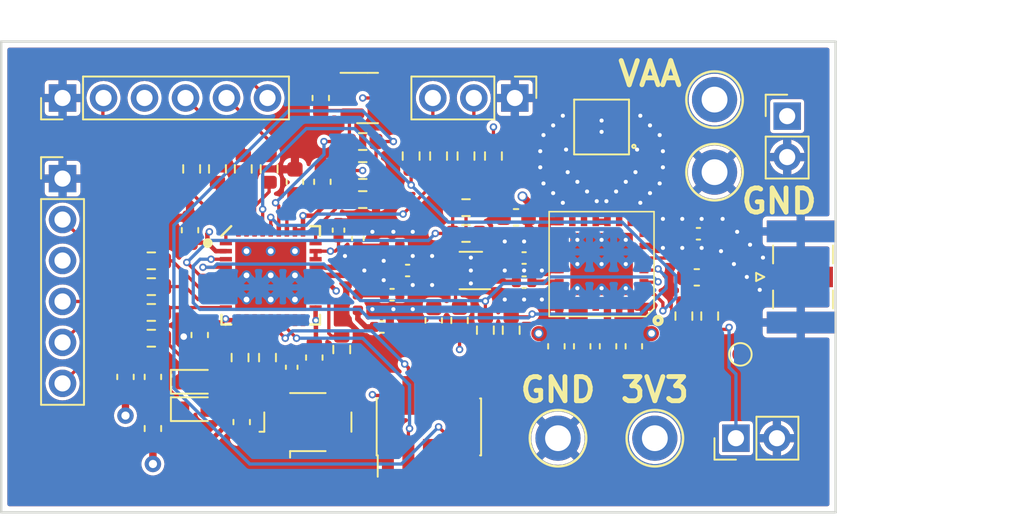
<source format=kicad_pcb>
(kicad_pcb (version 20210228) (generator pcbnew)
  (title_block (date "2021-04-19"))
  (layers (0 "F.Cu" signal) (1 "In1.Cu" signal) (2 "In2.Cu" signal) (31 "B.Cu" signal) (34 "B.Paste" user) (35 "F.Paste" user) (36 "B.SilkS" user "B.Silkscreen") (37 "F.SilkS" user "F.Silkscreen") (38 "B.Mask" user) (39 "F.Mask" user) (44 "Edge.Cuts" user))
  (net 0 "")
  (net 1 "GND")
  (net 2 "/3V3_FILT")
  (net 3 "/PA_VAPC")
  (net 4 "+3V3")
  (net 5 "VAA")
  (net 6 "Net-(C19-Pad1)")
  (net 7 "Net-(C21-Pad2)")
  (net 8 "Net-(C22-Pad1)")
  (net 9 "Net-(C23-Pad2)")
  (net 10 "Net-(C24-Pad2)")
  (net 11 "Net-(C24-Pad1)")
  (net 12 "Net-(C25-Pad2)")
  (net 13 "Net-(C26-Pad1)")
  (net 14 "Net-(C38-Pad2)")
  (net 15 "Net-(C38-Pad1)")
  (net 16 "Net-(C39-Pad2)")
  (net 17 "Net-(C39-Pad1)")
  (net 18 "Net-(C45-Pad2)")
  (net 19 "Net-(C45-Pad1)")
  (net 20 "Net-(D1-Pad2)")
  (net 21 "Net-(D2-Pad2)")
  (net 25 "/~LST_RESET")
  (net 28 "/PROG_DD")
  (net 29 "/PROG_DC")
  (net 30 "/UART0_CTS")
  (net 31 "/UART0_TX")
  (net 32 "/UART0_RX")
  (net 33 "/UART0_RTS")
  (net 35 "Net-(J5-Pad3)")
  (net 36 "Net-(J5-Pad2)")
  (net 37 "/~LST_RX_MODE")
  (net 38 "/LST_TX_MODE")
  (net 39 "Net-(R3-Pad2)")
  (net 40 "Net-(R4-Pad2)")
  (net 41 "Net-(R9-Pad1)")
  (net 42 "Net-(R10-Pad1)")
  (net 43 "Net-(R11-Pad1)")
  (net 44 "Net-(R12-Pad1)")
  (net 45 "/RF_EN")
  (net 46 "Net-(R16-Pad2)")
  (net 47 "Net-(R17-Pad2)")
  (net 48 "Net-(R17-Pad1)")
  (net 49 "/AN0")
  (net 50 "/RF_BYP")
  (net 51 "/AN1")
  (net 54 "Net-(U8-Pad5)")
  (net 55 "Net-(U8-Pad2)")
  (net 60 "/CAN_CS")
  (net 61 "/CAN_MISO")
  (net 62 "/CAN_MOSI")
  (net 63 "/CAN_SCK")
  (net 66 "Net-(U2-Pad7)")
  (net 67 "Net-(U2-Pad8)")
  (net 68 "Net-(U2-Pad9)")
  (net 69 "Net-(U2-Pad11)")
  (footprint "Connector_PinHeader_2.54mm:PinHeader_1x02_P2.54mm_Vertical" (layer "F.Cu") (at 186 90.825)
    (fp_text reference "J9" hide)
    (fp_text value "Conn_01x02")
  )
  (footprint "Resistor_SMD:R_0603_1608Metric" (layer "F.Cu") (at 164.4 93.3 90)
    (fp_text reference "R13" hide)
    (fp_text value "100")
  )
  (footprint "Capacitor_SMD:C_0603_1608Metric" (layer "F.Cu") (at 149.6 104.4 -90)
    (fp_text reference "C3" hide)
    (fp_text value "0.1u")
  )
  (footprint "Capacitor_SMD:C_0603_1608Metric" (layer "F.Cu") (at 180.4 100.825)
    (fp_text reference "C6" hide)
    (fp_text value "0.1u")
  )
  (footprint "Capacitor_SMD:C_0402_1005Metric" (layer "F.Cu") (at 180.5 98.12 180)
    (fp_text reference "C45" hide)
    (fp_text value "220p")
  )
  (footprint "Resistor_SMD:R_0603_1608Metric" (layer "F.Cu") (at 166.1 93.3 90)
    (fp_text reference "R14" hide)
    (fp_text value "100")
  )
  (footprint "openlst:TI_CC_QFN36" (layer "F.Cu") (at 154 100.7)
    (fp_text reference "U2" hide)
    (fp_text value "CC1110")
  )
  (footprint "Connector_PinHeader_2.54mm:PinHeader_1x03_P2.54mm_Vertical" (layer "F.Cu") (at 169.125 89.7 -90)
    (fp_text reference "J5" hide)
    (fp_text value "Control Outputs")
  )
  (footprint "LED_SMD:LED_0603_1608Metric" (layer "F.Cu") (at 149.3 109)
    (fp_text reference "D2" hide)
    (fp_text value "LED")
  )
  (footprint "Resistor_SMD:R_0603_1608Metric" (layer "F.Cu") (at 152.1 105.8 90)
    (fp_text reference "R3" hide)
    (fp_text value "1K")
  )
  (footprint "Resistor_SMD:R_0603_1608Metric" (layer "F.Cu") (at 146.6 103 180)
    (fp_text reference "R7" hide)
    (fp_text value "100")
  )
  (footprint "openlst:Qorvo_LGA_28_ThermalVias" (layer "F.Cu") (at 174.5 100 180)
    (fp_text reference "U9" hide)
    (fp_text value "RFFM6406")
  )
  (footprint "Connector_PinHeader_2.54mm:PinHeader_1x06_P2.54mm_Vertical" (layer "F.Cu") (at 141.1 89.7 90)
    (fp_text reference "J3" hide)
    (fp_text value "UART0")
  )
  (footprint "Resistor_SMD:R_0603_1608Metric" (layer "F.Cu") (at 146.6 101.4 180)
    (fp_text reference "R6" hide)
    (fp_text value "100")
  )
  (footprint "Capacitor_SMD:C_0402_1005Metric" (layer "F.Cu") (at 159.4 98.42 -90)
    (fp_text reference "C23" hide)
    (fp_text value "3.9p")
  )
  (footprint "Resistor_SMD:R_0603_1608Metric" (layer "F.Cu") (at 150.7 94.1 90)
    (fp_text reference "R10" hide)
    (fp_text value "100")
  )
  (footprint "Capacitor_SMD:C_0603_1608Metric" (layer "F.Cu") (at 155.5 94.9 90)
    (fp_text reference "C19" hide)
    (fp_text value "1n")
  )
  (footprint "Capacitor_SMD:C_0402_1005Metric" (layer "F.Cu") (at 158.2 97.9 90)
    (fp_text reference "C2" hide)
    (fp_text value "220p")
  )
  (footprint "Capacitor_SMD:C_0603_1608Metric" (layer "F.Cu") (at 152.2 109.8 -90)
    (fp_text reference "C27" hide)
    (fp_text value "0.1u")
  )
  (footprint "Capacitor_SMD:C_0603_1608Metric" (layer "F.Cu") (at 146.7 107 -90)
    (fp_text reference "C9" hide)
    (fp_text value "1u")
  )
  (footprint "Capacitor_SMD:C_0603_1608Metric" (layer "F.Cu") (at 169.2 97.1 180)
    (fp_text reference "C8" hide)
    (fp_text value "0.1u")
  )
  (footprint "Capacitor_SMD:C_0402_1005Metric" (layer "F.Cu") (at 169.7 99.625)
    (fp_text reference "C38" hide)
    (fp_text value "220p")
  )
  (footprint "TestPoint:TestPoint_Keystone_5010-5014_Multipurpose" (layer "F.Cu") (at 177.8 110.8)
    (fp_text reference "TP3" hide)
    (fp_text value "TestPoint")
  )
  (footprint "Resistor_SMD:R_0603_1608Metric" (layer "F.Cu") (at 146.6 99.8 180)
    (fp_text reference "R5" hide)
    (fp_text value "100")
  )
  (footprint "Resistor_SMD:R_0603_1608Metric" (layer "F.Cu") (at 159.7 92.4)
    (fp_text reference "R18" hide)
    (fp_text value "1K")
  )
  (footprint "Capacitor_SMD:C_0603_1608Metric" (layer "F.Cu") (at 173.3 105.1 -90)
    (fp_text reference "C44" hide)
    (fp_text value "1u")
  )
  (footprint "Resistor_SMD:R_0603_1608Metric" (layer "F.Cu") (at 153.8 105.8 90)
    (fp_text reference "R4" hide)
    (fp_text value "1K")
  )
  (footprint "TestPoint:TestPoint_Keystone_5010-5014_Multipurpose" (layer "F.Cu") (at 171.8 110.8)
    (fp_text reference "TP4" hide)
    (fp_text value "TestPoint")
  )
  (footprint "LED_SMD:LED_0603_1608Metric" (layer "F.Cu") (at 149.3 107.3)
    (fp_text reference "D1" hide)
    (fp_text value "LED")
  )
  (footprint "Resistor_SMD:R_0603_1608Metric" (layer "F.Cu") (at 166.1 98.1)
    (fp_text reference "R21" hide)
    (fp_text value "33K")
  )
  (footprint "Capacitor_SMD:C_0603_1608Metric" (layer "F.Cu") (at 156.7 105.8 -90)
    (fp_text reference "C1" hide)
    (fp_text value "0.1u")
  )
  (footprint "Capacitor_SMD:C_0402_1005Metric" (layer "F.Cu") (at 155.3 106.4 -90)
    (fp_text reference "C7" hide)
    (fp_text value "220p")
  )
  (footprint "Inductor_SMD:L_0402_1005Metric" (layer "F.Cu") (at 159.4 102.385 90)
    (fp_text reference "L5" hide)
    (fp_text value "27n")
  )
  (footprint "TestPoint:TestPoint_Keystone_5010-5014_Multipurpose" (layer "F.Cu") (at 181.5 89.8)
    (fp_text reference "TP1" hide)
    (fp_text value "TestPoint")
  )
  (footprint "Resistor_SMD:R_0603_1608Metric" (layer "F.Cu") (at 167.8 93.3 -90)
    (fp_text reference "R1" hide)
    (fp_text value "1K")
  )
  (footprint "Resistor_SMD:R_0603_1608Metric" (layer "F.Cu") (at 179.6 103.225 -90)
    (fp_text reference "R36" hide)
    (fp_text value "5K6")
  )
  (footprint "Resistor_SMD:R_0603_1608Metric" (layer "F.Cu") (at 152.3 94.1 90)
    (fp_text reference "R11" hide)
    (fp_text value "100")
  )
  (footprint "Resistor_SMD:R_0603_1608Metric" (layer "F.Cu") (at 158.4 105.3 90)
    (fp_text reference "R17" hide)
    (fp_text value "100")
  )
  (footprint "Resistor_SMD:R_0603_1608Metric" (layer "F.Cu") (at 162.7 93.3 90)
    (fp_text reference "R2" hide)
    (fp_text value "1K")
  )
  (footprint "Inductor_SMD:L_0603_1608Metric" (layer "F.Cu") (at 165.7 103.5 90)
    (fp_text reference "L8" hide)
    (fp_text value "Z=1k @ 100M")
  )
  (footprint "Capacitor_SMD:C_0402_1005Metric" (layer "F.Cu") (at 160.9 103.9 180)
    (fp_text reference "C21" hide)
    (fp_text value "220p")
  )
  (footprint "Capacitor_SMD:C_0603_1608Metric" (layer "F.Cu") (at 157.2 94.9 90)
    (fp_text reference "C10" hide)
    (fp_text value "0.1u")
  )
  (footprint "Connector_PinHeader_1.27mm:PinHeader_2x05_P1.27mm_Vertical_SMD" (layer "F.Cu") (at 163.8 110.1 90)
    (fp_text reference "J2" hide)
    (fp_text value "CC Prog/Debug")
  )
  (footprint "TestPoint:TestPoint_Pad_D1.0mm" (layer "F.Cu") (at 183.1 105.6)
    (fp_text reference "TP5" hide)
    (fp_text value "TestPoint")
  )
  (footprint "Resistor_SMD:R_0603_1608Metric" (layer "F.Cu") (at 181.2 103.225 90)
    (fp_text reference "R37" hide)
    (fp_text value "3K3")
  )
  (footprint "Connector_Coaxial:SMA_Samtec_SMA-J-P-X-ST-EM1_EdgeMount" (layer "F.Cu") (at 186.8375 100.8 90)
    (fp_text reference "J6" hide)
    (fp_text value "ANT")
  )
  (footprint "Connector_PinHeader_2.54mm:PinHeader_1x02_P2.54mm_Vertical" (layer "F.Cu") (at 182.825 110.8 90)
    (fp_text reference "J10" hide)
    (fp_text value "Conn_01x02")
  )
  (footprint "Capacitor_SMD:C_0402_1005Metric" (layer "F.Cu") (at 169.7 101.125)
    (fp_text reference "C39" hide)
    (fp_text value "220p")
  )
  (footprint "Resistor_SMD:R_0603_1608Metric" (layer "F.Cu") (at 149.1 94.1 90)
    (fp_text reference "R9" hide)
    (fp_text value "100")
  )
  (footprint "Package_TO_SOT_SMD:SOT-363_SC-70-6" (layer "F.Cu") (at 166.4 100.4 180)
    (fp_text reference "U6" hide)
    (fp_text value "PE4259")
  )
  (footprint "Oscillator:Oscillator_SMD_Fordahl_DFAS15-4Pin_5.0x3.2mm" (layer "F.Cu") (at 156.3 109.8)
    (fp_text reference "U4" hide)
    (fp_text value "FOX924 27MHz")
  )
  (footprint "Resistor_SMD:R_0603_1608Metric" (layer "F.Cu") (at 166.1 96.5 180)
    (fp_text reference "R22" hide)
    (fp_text value "10K")
  )
  (footprint "Capacitor_SMD:C_0603_1608Metric" (layer "F.Cu") (at 157.1 89.7 90)
    (fp_text reference "C22" hide)
    (fp_text value "1n")
  )
  (footprint "Inductor_SMD:L_0603_1608Metric" (layer "F.Cu") (at 146.7 110.2 90)
    (fp_text reference "L3" hide)
    (fp_text value "Z=1k @ 100M")
  )
  (footprint "Resistor_SMD:R_0603_1608Metric" (layer "F.Cu") (at 146.6 104.6 180)
    (fp_text reference "R8" hide)
    (fp_text value "100")
  )
  (footprint "Resistor_SMD:R_0603_1608Metric" (layer "F.Cu") (at 159.7 94.2 180)
    (fp_text reference "R27" hide)
    (fp_text value "33K")
  )
  (footprint "Capacitor_SMD:C_0402_1005Metric" (layer "F.Cu") (at 162.48 100.4)
    (fp_text reference "C25" hide)
    (fp_text value "220p")
  )
  (footprint "openlst:SAW-6_3.0mm" (layer "F.Cu") (at 174.5 91.5 180)
    (fp_text reference "U8" hide)
    (fp_text value "SF2446E")
  )
  (footprint "Capacitor_SMD:C_0603_1608Metric" (layer "F.Cu") (at 171.7 105.1 -90)
    (fp_text reference "C31" hide)
    (fp_text value "0.1u")
  )
  (footprint "Capacitor_SMD:C_0402_1005Metric" (layer "F.Cu") (at 161.52 101.9)
    (fp_text reference "C24" hide)
    (fp_text value "3.9p")
  )
  (footprint "Resistor_SMD:R_0603_1608Metric" (layer "F.Cu") (at 159.7 96 180)
    (fp_text reference "R16" hide)
    (fp_text value "56K")
  )
  (footprint "Capacitor_SMD:C_0603_1608Metric" (layer "F.Cu") (at 164.1 103.5 -90)
    (fp_text reference "C26" hide)
    (fp_text value "0.1u")
  )
  (footprint "Package_TO_SOT_SMD:SOT-23" (layer "F.Cu") (at 160 89.7)
    (fp_text reference "U5" hide)
    (fp_text value "TLV803S")
  )
  (footprint "Capacitor_SMD:C_0603_1608Metric" (layer "F.Cu") (at 149 97.9 90)
    (fp_text reference "C5" hide)
    (fp_text value "0.1u")
  )
  (footprint "Connector_PinHeader_2.54mm:PinHeader_1x06_P2.54mm_Vertical" (layer "F.Cu") (at 141.1 94.7)
    (fp_text reference "J4" hide)
    (fp_text value "SPI0")
  )
  (footprint "Resistor_SMD:R_0603_1608Metric" (layer "F.Cu") (at 153.9 94.1 90)
    (fp_text reference "R12" hide)
    (fp_text value "100")
  )
  (footprint "Capacitor_SMD:C_0603_1608Metric" (layer "F.Cu") (at 176.5 105.1 -90)
    (fp_text reference "C11" hide)
    (fp_text value "0.1u")
  )
  (footprint "Capacitor_SMD:C_0603_1608Metric" (layer "F.Cu") (at 145 107 -90)
    (fp_text reference "C47" hide)
    (fp_text value "1u")
  )
  (footprint "Capacitor_SMD:C_0603_1608Metric" (layer "F.Cu") (at 174.9 105.1 -90)
    (fp_text reference "C46" hide)
    (fp_text value "1u")
  )
  (footprint "TestPoint:TestPoint_Keystone_5010-5014_Multipurpose" (layer "F.Cu") (at 181.5 94.3)
    (fp_text reference "TP2" hide)
    (fp_text value "TestPoint")
  )
  (footprint "Resistor_SMD:R_0603_1608Metric" (layer "F.Cu") (at 168.9 104.1 -90)
    (fp_text reference "R28" hide)
    (fp_text value "1K")
  )
  (footprint "Inductor_SMD:L_0402_1005Metric" (layer "F.Cu") (at 161.515 98.9)
    (fp_text reference "L6" hide)
    (fp_text value "27n")
  )
  (footprint "Resistor_SMD:R_0603_1608Metric" (layer "F.Cu") (at 167.3 104.1 -90)
    (fp_text reference "R26" hide)
    (fp_text value "1K")
  )
  (gr_line (start 189 86.2) (end 137.3 86.2) (layer "Edge.Cuts") (width 0.15))
  (gr_line (start 137.3 115.4) (end 189 115.4) (layer "Edge.Cuts") (width 0.15))
  (gr_line (start 189 115.4) (end 189 86.2) (layer "Edge.Cuts") (width 0.15))
  (gr_line (start 137.3 86.2) (end 137.3 115.4) (layer "Edge.Cuts") (width 0.15))
  (gr_text "GND" (at 185.5 96.1) (layer "F.SilkS") (effects (font (size 1.5 1.5) (thickness 0.3))))
  (gr_text "VAA" (at 177.5 88.2) (layer "F.SilkS") (effects (font (size 1.5 1.5) (thickness 0.3))))
  (gr_text "3V3" (at 177.8 107.8) (layer "F.SilkS") (effects (font (size 1.5 1.5) (thickness 0.3))))
  (gr_text "GND" (at 171.8 107.8) (layer "F.SilkS") (effects (font (size 1.5 1.5) (thickness 0.3))))
  (segment (start 149.6 105.175) (end 149.2841 105.175) (width 0.2032) (layer "F.Cu") (net 1))
  (segment (start 149.2841 105.175) (end 148.6091 104.5) (width 0.2032) (layer "F.Cu") (net 1))
  (via (at 181.9 99.2) (size 0.4572) (drill 0.254) (layers "F.Cu" "B.Cu") (net 1))
  (via (at 175.4 95.5) (size 0.4572) (drill 0.254) (layers "F.Cu" "B.Cu") (net 1))
  (via (at 178.1 92) (size 0.4572) (drill 0.254) (layers "F.Cu" "B.Cu") (net 1))
  (via (at 182.7 100) (size 0.4572) (drill 0.254) (layers "F.Cu" "B.Cu") (net 1))
  (via (at 183.5 100.8) (size 0.4572) (drill 0.254) (layers "F.Cu" "B.Cu") (net 1))
  (via (at 180.7 97.2) (size 0.4572) (drill 0.254) (layers "F.Cu" "B.Cu") (net 1))
  (via (at 182.9 98) (size 0.4572) (drill 0.254) (layers "F.Cu" "B.Cu") (net 1))
  (via (at 161 99.8) (size 0.4572) (drill 0.254) (layers "F.Cu" "B.Cu") (net 1))
  (via (at 162.8 101.3) (size 0.4572) (drill 0.254) (layers "F.Cu" "B.Cu") (net 1))
  (via (at 170.8 100.4) (size 0.4572) (drill 0.254) (layers "F.Cu" "B.Cu") (net 1))
  (via (at 169.7 102.2) (size 0.4572) (drill 0.254) (layers "F.Cu" "B.Cu") (net 1))
  (via (at 176.9 96.2) (size 0.4572) (drill 0.254) (layers "F.Cu" "B.Cu") (net 1))
  (via (at 161 101) (size 0.4572) (drill 0.254) (layers "F.Cu" "B.Cu") (net 1))
  (via (at 174.8 96.1) (size 0.4572) (drill 0.254) (layers "F.Cu" "B.Cu") (net 1))
  (via (at 174.5 91.8) (size 0.4572) (drill 0.254) (layers "F.Cu" "B.Cu") (net 1))
  (via (at 168.5 98.6) (size 0.4572) (drill 0.254) (layers "F.Cu" "B.Cu") (net 1))
  (via (at 176.7 92.9) (size 0.4572) (drill 0.254) (layers "F.Cu" "B.Cu") (net 1))
  (via (at 158.6 99.5) (size 0.4572) (drill 0.254) (layers "F.Cu" "B.Cu") (net 1))
  (via (at 162.8 98) (size 0.4572) (drill 0.254) (layers "F.Cu" "B.Cu") (net 1))
  (via (at 176 94.9) (size 0.4572) (drill 0.254) (layers "F.Cu" "B.Cu") (net 1))
  (via (at 170.7 93) (size 0.4572) (drill 0.254) (layers "F.Cu" "B.Cu") (net 1))
  (via (at 172.4 94.3) (size 0.4572) (drill 0.254) (layers "F.Cu" "B.Cu") (net 1))
  (via (at 174.5 91.1) (size 0.4572) (drill 0.254) (layers "F.Cu" "B.Cu") (net 1))
  (via (at 170.9 95) (size 0.4572) (drill 0.254) (layers "F.Cu" "B.Cu") (net 1))
  (via (at 162.8 99.5) (size 0.4572) (drill 0.254) (layers "F.Cu" "B.Cu") (net 1))
  (via (at 177.5 91.4) (size 0.4572) (drill 0.254) (layers "F.Cu" "B.Cu") (net 1))
  (via (at 183.7 98.8) (size 0.4572) (drill 0.254) (layers "F.Cu" "B.Cu") (net 1))
  (via (at 160.3 98) (size 0.4572) (drill 0.254) (layers "F.Cu" "B.Cu") (net 1))
  (via (at 148.6091 104.5) (size 0.6096) (drill 0.4064) (layers "F.Cu" "B.Cu") (net 1))
  (via (at 162.8 102.8) (size 0.4572) (drill 0.254) (layers "F.Cu" "B.Cu") (net 1))
  (via (at 177.5 95.6) (size 0.4572) (drill 0.254) (layers "F.Cu" "B.Cu") (net 1))
  (via (at 170.7 94) (size 0.4572) (drill 0.254) (layers "F.Cu" "B.Cu") (net 1))
  (via (at 172.1 96.2) (size 0.4572) (drill 0.254) (layers "F.Cu" "B.Cu") (net 1))
  (via (at 168.5 102.2) (size 0.4572) (drill 0.254) (layers "F.Cu" "B.Cu") (net 1))
  (via (at 171.5 91.4) (size 0.4572) (drill 0.254) (layers "F.Cu" "B.Cu") (net 1))
  (via (at 173.6 95.5) (size 0.4572) (drill 0.254) (layers "F.Cu" "B.Cu") (net 1))
  (via (at 178.3 97.2) (size 0.4572) (drill 0.254) (layers "F.Cu" "B.Cu") (net 1))
  (via (at 180.7 99) (size 0.4572) (drill 0.254) (layers "F.Cu" "B.Cu") (net 1))
  (via (at 178.3 94) (size 0.4572) (drill 0.254) (layers "F.Cu" "B.Cu") (net 1))
  (via (at 184.3 101.6) (size 0.4572) (drill 0.254) (layers "F.Cu" "B.Cu") (net 1))
  (via (at 169.7 100.4) (size 0.4572) (drill 0.254) (layers "F.Cu" "B.Cu") (net 1))
  (via (at 172.1 90.8) (size 0.4572) (drill 0.254) (layers "F.Cu" "B.Cu") (net 1))
  (via (at 168.5 100.4) (size 0.4572) (drill 0.254) (layers "F.Cu" "B.Cu") (net 1))
  (via (at 176.6 94.3) (size 0.4572) (drill 0.254) (layers "F.Cu" "B.Cu") (net 1))
  (via (at 164 101.3) (size 0.4572) (drill 0.254) (layers "F.Cu" "B.Cu") (net 1))
  (via (at 173 94.9) (size 0.4572) (drill 0.254) (layers "F.Cu" "B.Cu") (net 1))
  (via (at 160.3 102.8) (size 0.4572) (drill 0.254) (layers "F.Cu" "B.Cu") (net 1))
  (via (at 166.4 101.2) (size 0.4572) (drill 0.254) (layers "F.Cu" "B.Cu") (net 1))
  (via (at 179.5 99) (size 0.4572) (drill 0.254) (layers "F.Cu" "B.Cu") (net 1))
  (via (at 178.1 95) (size 0.4572) (drill 0.254) (layers "F.Cu" "B.Cu") (net 1))
  (via (at 172.3 92.9) (size 0.4572) (drill 0.254) (layers "F.Cu" "B.Cu") (net 1))
  (via (at 164 99.5) (size 0.4572) (drill 0.254) (layers "F.Cu" "B.Cu") (net 1))
  (via (at 176.9 90.8) (size 0.4572) (drill 0.254) (layers "F.Cu" "B.Cu") (net 1))
  (via (at 161.6 98) (size 0.4572) (drill 0.254) (layers "F.Cu" "B.Cu") (net 1))
  (via (at 182 97.2) (size 0.4572) (drill 0.254) (layers "F.Cu" "B.Cu") (net 1))
  (via (at 169.7 98.6) (size 0.4572) (drill 0.254) (layers "F.Cu" "B.Cu") (net 1))
  (via (at 179.5 97.2) (size 0.4572) (drill 0.254) (layers "F.Cu" "B.Cu") (net 1))
  (via (at 161.6 102.8) (size 0.4572) (drill 0.254) (layers "F.Cu" "B.Cu") (net 1))
  (via (at 178.3 93) (size 0.4572) (drill 0.254) (layers "F.Cu" "B.Cu") (net 1))
  (via (at 159.8 100.4) (size 0.4572) (drill 0.254) (layers "F.Cu" "B.Cu") (net 1))
  (via (at 171.5 95.6) (size 0.4572) (drill 0.254) (layers "F.Cu" "B.Cu") (net 1))
  (via (at 170.8 102.2) (size 0.4572) (drill 0.254) (layers "F.Cu" "B.Cu") (net 1))
  (via (at 170.9 92) (size 0.4572) (drill 0.254) (layers "F.Cu" "B.Cu") (net 1))
  (via (at 166.4 100.4) (size 0.4572) (drill 0.254) (layers "F.Cu" "B.Cu") (net 1))
  (via (at 178.3 99) (size 0.4572) (drill 0.254) (layers "F.Cu" "B.Cu") (net 1))
  (via (at 184.5 99.6) (size 0.4572) (drill 0.254) (layers "F.Cu" "B.Cu") (net 1))
  (via (at 166.4 99.6) (size 0.4572) (drill 0.254) (layers "F.Cu" "B.Cu") (net 1))
  (via (at 174.2 96.1) (size 0.4572) (drill 0.254) (layers "F.Cu" "B.Cu") (net 1))
  (segment (start 157.2 96.5) (end 157.2 95.675) (width 0.2794) (layer "F.Cu") (net 2))
  (segment (start 155.5 97.92) (end 156 97.92) (width 0.2794) (layer "F.Cu") (net 2))
  (segment (start 158 99.2) (end 158.2 99) (width 0.2032) (layer "F.Cu") (net 2))
  (segment (start 151.28 103.48) (end 151.2 103.4) (width 0.2794) (layer "F.Cu") (net 2))
  (segment (start 157.7 99.2) (end 158 99.2) (width 0.2032) (layer "F.Cu") (net 2))
  (segment (start 158.056051 101.666117) (end 157.602535 101.212601) (width 0.2794) (layer "F.Cu") (net 2))
  (segment (start 146.7 107.775) (end 146.7 109.4125) (width 0.4572) (layer "F.Cu") (net 2))
  (segment (start 156.780001 99.200005) (end 156.780001 99.700004) (width 0.254) (layer "F.Cu") (net 2))
  (segment (start 145 107.775) (end 145 109.4) (width 0.4572) (layer "F.Cu") (net 2))
  (segment (start 155.805 105.92) (end 156.7 105.025) (width 0.2032) (layer "F.Cu") (net 2))
  (segment (start 156.8 104.925) (end 156.7 105.025) (width 0.2032) (layer "F.Cu") (net 2))
  (segment (start 158.2 99) (end 158.2 98.38) (width 0.2032) (layer "F.Cu") (net 2))
  (segment (start 156.78 103.48) (end 156.8 103.5) (width 0.2794) (layer "F.Cu") (net 2))
  (segment (start 150.075 98.675) (end 149 98.675) (width 0.2794) (layer "F.Cu") (net 2))
  (segment (start 157.602535 101.212601) (end 156.792601 101.212601) (width 0.2794) (layer "F.Cu") (net 2))
  (segment (start 150.6 99.2) (end 150.075 98.675) (width 0.2794) (layer "F.Cu") (net 2))
  (segment (start 152 103.48) (end 151.28 103.48) (width 0.2794) (layer "F.Cu") (net 2))
  (segment (start 156.78 102.7) (end 156.78 103.48) (width 0.2794) (layer "F.Cu") (net 2))
  (segment (start 156.8 103.5) (end 156.8 104.925) (width 0.2794) (layer "F.Cu") (net 2))
  (segment (start 150.075 98.125) (end 150.2 98) (width 0.2794) (layer "F.Cu") (net 2))
  (segment (start 145 107.775) (end 146.7 107.775) (width 0.4572) (layer "F.Cu") (net 2))
  (segment (start 150.975 103.625) (end 151.2 103.4) (width 0.2794) (layer "F.Cu") (net 2))
  (segment (start 150.075 98.675) (end 150.075 98.125) (width 0.2794) (layer "F.Cu") (net 2))
  (segment (start 156.7 97) (end 157.2 96.5) (width 0.2794) (layer "F.Cu") (net 2))
  (segment (start 156 97) (end 156.7 97) (width 0.2794) (layer "F.Cu") (net 2))
  (segment (start 156.78 99.2) (end 157.7 99.2) (width 0.2032) (layer "F.Cu") (net 2))
  (segment (start 149.6 103.625) (end 150.975 103.625) (width 0.2794) (layer "F.Cu") (net 2))
  (segment (start 151.22 99.2) (end 150.6 99.2) (width 0.2794) (layer "F.Cu") (net 2))
  (segment (start 155.3 105.92) (end 155.805 105.92) (width 0.2032) (layer "F.Cu") (net 2))
  (segment (start 156.792601 101.212601) (end 156.78 101.2) (width 0.2794) (layer "F.Cu") (net 2))
  (segment (start 156 97.92) (end 156 97) (width 0.2794) (layer "F.Cu") (net 2))
  (via (at 158.056051 101.666117) (size 0.4572) (drill 0.254) (layers "F.Cu" "B.Cu") (net 2))
  (via (at 150.2 98) (size 0.4572) (drill 0.254) (layers "F.Cu" "B.Cu") (net 2))
  (via (at 156.8 103.5) (size 0.4572) (drill 0.254) (layers "F.Cu" "B.Cu") (net 2))
  (via (at 151.2 103.4) (size 0.4572) (drill 0.254) (layers "F.Cu" "B.Cu") (net 2))
  (via (at 157.7 99.2) (size 0.4572) (drill 0.254) (layers "F.Cu" "B.Cu") (net 2))
  (via (at 145 109.4) (size 1.016) (drill 0.508) (layers "F.Cu" "B.Cu") (net 2))
  (via (at 156 97) (size 0.4572) (drill 0.254) (layers "F.Cu" "B.Cu") (net 2))
  (segment (start 183.1 105.6) (end 183.1 103.1) (width 0.2032) (layer "F.Cu") (net 3))
  (segment (start 179.125 99.625) (end 179.625 100.125) (width 0.2032) (layer "F.Cu") (net 3))
  (segment (start 179.6 100.85) (end 179.625 100.825) (width 0.2032) (layer "F.Cu") (net 3))
  (segment (start 177.125 99.625) (end 179.125 99.625) (width 0.2032) (layer "F.Cu") (net 3))
  (segment (start 183.1 103.1) (end 182.4 102.4) (width 0.2032) (layer "F.Cu") (net 3))
  (segment (start 179.6 102.4) (end 179.6 100.85) (width 0.2032) (layer "F.Cu") (net 3))
  (segment (start 179.6 102.4) (end 181.2 102.4) (width 0.2032) (layer "F.Cu") (net 3))
  (segment (start 179.625 100.125) (end 179.625 100.825) (width 0.2032) (layer "F.Cu") (net 3))
  (segment (start 181.2 102.4) (end 182.4 102.4) (width 0.2032) (layer "F.Cu") (net 3))
  (segment (start 150.2375 110.9875) (end 146.7 110.9875) (width 0.3048) (layer "F.Cu") (net 4))
  (segment (start 181.2 104.05) (end 182.275 104.05) (width 0.2032) (layer "F.Cu") (net 4))
  (segment (start 161.26 108.15) (end 160.35 108.15) (width 0.2032) (layer "F.Cu") (net 4))
  (segment (start 160.9375 89.7) (end 159.7 89.7) (width 0.2032) (layer "F.Cu") (net 4))
  (segment (start 160.35 108.15) (end 160.3 108.1) (width 0.2032) (layer "F.Cu") (net 4))
  (segment (start 165.7 104.2875) (end 165.7 105.3) (width 0.2032) (layer "F.Cu") (net 4))
  (segment (start 165.7 104.2875) (end 166.6625 104.2875) (width 0.2032) (layer "F.Cu") (net 4))
  (segment (start 167.8 92.475) (end 167.8 91.5) (width 0.2032) (layer "F.Cu") (net 4))
  (segment (start 152.825 108.4) (end 152.2 109.025) (width 0.3048) (layer "F.Cu") (net 4))
  (segment (start 166.6625 104.2875) (end 167.3 104.925) (width 0.2032) (layer "F.Cu") (net 4))
  (segment (start 154.25 108.4) (end 152.825 108.4) (width 0.3048) (layer "F.Cu") (net 4))
  (segment (start 152.2 109.025) (end 150.2375 110.9875) (width 0.3048) (layer "F.Cu") (net 4))
  (segment (start 158.875 94.2) (end 159.6932 94.2) (width 0.2032) (layer "F.Cu") (net 4))
  (segment (start 146.7 110.9875) (end 146.7 112.4) (width 0.4572) (layer "F.Cu") (net 4))
  (segment (start 182.275 104.05) (end 182.4 103.925) (width 0.2032) (layer "F.Cu") (net 4))
  (via (at 159.6932 94.2) (size 0.4572) (drill 0.254) (layers "F.Cu" "B.Cu") (net 4))
  (via (at 146.7 112.4) (size 1.016) (drill 0.508) (layers "F.Cu" "B.Cu") (net 4))
  (via (at 165.7 105.3) (size 0.4572) (drill 0.254) (layers "F.Cu" "B.Cu") (net 4))
  (via (at 160.3 108.1) (size 0.4572) (drill 0.254) (layers "F.Cu" "B.Cu") (net 4))
  (via (at 159.7 89.7) (size 0.4572) (drill 0.254) (layers "F.Cu" "B.Cu") (net 4))
  (via (at 167.8 91.5) (size 0.4572) (drill 0.254) (layers "F.Cu" "B.Cu") (net 4))
  (via (at 182.4 103.925) (size 0.4572) (drill 0.254) (layers "F.Cu" "B.Cu") (net 4))
  (segment (start 182.825 110.8) (end 182.825 106.825) (width 0.2032) (layer "B.Cu") (net 4))
  (segment (start 182.4 106.4) (end 182.825 106.825) (width 0.2032) (layer "B.Cu") (net 4))
  (segment (start 182.4 103.925) (end 182.4 106.4) (width 0.2032) (layer "B.Cu") (net 4))
  (segment (start 172.687 102.625) (end 173.025 102.625) (width 0.4572) (layer "F.Cu") (net 5))
  (segment (start 176.500003 104.324988) (end 177.575007 104.324988) (width 0.9144) (layer "F.Cu") (net 5))
  (segment (start 173.412 102.625) (end 173.412 104.213) (width 0.4572) (layer "F.Cu") (net 5))
  (segment (start 171.700012 104.324988) (end 172.674991 104.324988) (width 0.9144) (layer "F.Cu") (net 5))
  (segment (start 172.674991 104.324988) (end 173.300009 104.324988) (width 0.9144) (layer "F.Cu") (net 5))
  (segment (start 173.025 103.975) (end 172.687 104.313) (width 0.4572) (layer "F.Cu") (net 5))
  (segment (start 171.1428 98.875) (end 169.975 97.7072) (width 0.4572) (layer "F.Cu") (net 5))
  (segment (start 173.025 102.625) (end 173.412 102.625) (width 0.4572) (layer "F.Cu") (net 5))
  (segment (start 169.975 97.1) (end 169.975 96.175) (width 0.4572) (layer "F.Cu") (net 5))
  (segment (start 174.863 104.288) (end 174.9 104.325) (width 0.4572) (layer "F.Cu") (net 5))
  (segment (start 169.975 96.175) (end 169.6 95.8) (width 0.4572) (layer "F.Cu") (net 5))
  (segment (start 173.412 104.213) (end 173.3 104.325) (width 0.4572) (layer "F.Cu") (net 5))
  (segment (start 177.575007 104.324988) (end 177.6 104.299995) (width 0.9144) (layer "F.Cu") (net 5))
  (segment (start 170.625008 104.324988) (end 170.599989 104.299995) (width 0.9144) (layer "F.Cu") (net 5))
  (segment (start 166.925 98.1) (end 166.958411 98.066589) (width 0.2032) (layer "F.Cu") (net 5))
  (segment (start 171.875 98.875) (end 171.1428 98.875) (width 0.4572) (layer "F.Cu") (net 5))
  (segment (start 172.687 104.313) (end 172.675 104.325) (width 0.4572) (layer "F.Cu") (net 5))
  (segment (start 172.687 102.625) (end 172.687 104.313) (width 0.4572) (layer "F.Cu") (net 5))
  (segment (start 171.700012 104.324988) (end 170.625008 104.324988) (width 0.9144) (layer "F.Cu") (net 5))
  (segment (start 169.615611 98.066589) (end 169.975 97.7072) (width 0.2032) (layer "F.Cu") (net 5))
  (segment (start 173.300009 104.324988) (end 174.900006 104.324988) (width 0.9144) (layer "F.Cu") (net 5))
  (segment (start 169.975 97.7072) (end 169.975 97.1) (width 0.4572) (layer "F.Cu") (net 5))
  (segment (start 166.958411 98.066589) (end 169.615611 98.066589) (width 0.2032) (layer "F.Cu") (net 5))
  (segment (start 174.900006 104.324988) (end 176.500003 104.324988) (width 0.9144) (layer "F.Cu") (net 5))
  (segment (start 173.025 102.625) (end 173.025 103.975) (width 0.4572) (layer "F.Cu") (net 5))
  (segment (start 174.863 102.625) (end 174.863 104.288) (width 0.4572) (layer "F.Cu") (net 5))
  (via (at 177.6 104.3) (size 0.6096) (drill 0.4064) (layers "F.Cu" "B.Cu") (net 5))
  (via (at 170.6 104.3) (size 0.6096) (drill 0.4064) (layers "F.Cu" "B.Cu") (net 5))
  (via (at 169.6 95.8) (size 0.6096) (drill 0.4064) (layers "F.Cu" "B.Cu") (net 5))
  (segment (start 155 96.9) (end 155 97.92) (width 0.2032) (layer "F.Cu") (net 6))
  (segment (start 155.5 95.675) (end 155.5 96.4) (width 0.2032) (layer "F.Cu") (net 6))
  (segment (start 155.5 96.4) (end 155 96.9) (width 0.2032) (layer "F.Cu") (net 6))
  (segment (start 159.9 103.9) (end 159.4 103.4) (width 0.34036) (layer "F.Cu") (net 7))
  (segment (start 159.4 103.4) (end 159.4 102.87) (width 0.34036) (layer "F.Cu") (net 7))
  (segment (start 160.42 103.9) (end 159.9 103.9) (width 0.34036) (layer "F.Cu") (net 7))
  (segment (start 158.875 90.8375) (end 159.0625 90.65) (width 0.2032) (layer "F.Cu") (net 8))
  (segment (start 158.875 92.4) (end 158.875 90.8375) (width 0.2032) (layer "F.Cu") (net 8))
  (segment (start 154.5 97.92) (end 154.5 96.4) (width 0.2032) (layer "F.Cu") (net 8))
  (segment (start 157.3 92.4) (end 158.875 92.4) (width 0.2032) (layer "F.Cu") (net 8))
  (segment (start 154.5 96.4) (end 154.3 96.2) (width 0.2032) (layer "F.Cu") (net 8))
  (segment (start 158.8875 90.475) (end 159.0625 90.65) (width 0.2032) (layer "F.Cu") (net 8))
  (segment (start 157.1 90.475) (end 158.8875 90.475) (width 0.2032) (layer "F.Cu") (net 8))
  (via (at 157.3 92.4) (size 0.4572) (drill 0.254) (layers "F.Cu" "B.Cu") (net 8))
  (via (at 154.3 96.2) (size 0.4572) (drill 0.254) (layers "F.Cu" "B.Cu") (net 8))
  (segment (start 157.3 93.2) (end 157.3 92.4) (width 0.2032) (layer "B.Cu") (net 8))
  (segment (start 154.3 96.2) (end 157.3 93.2) (width 0.2032) (layer "B.Cu") (net 8))
  (segment (start 158.892 100.2) (end 157.4 100.2) (width 0.34036) (layer "F.Cu") (net 9))
  (segment (start 159.4 98.9) (end 161.03 98.9) (width 0.34036) (layer "F.Cu") (net 9))
  (segment (start 159.4 98.9) (end 159.4 99.692) (width 0.34036) (layer "F.Cu") (net 9))
  (segment (start 156.780001 100.200003) (end 157.39999 100.200003) (width 0.2794) (layer "F.Cu") (net 9))
  (arc (start 159.4 99.692) (mid 159.25121 100.05121) (end 158.892 100.2) (width 0.34036) (layer "F.Cu") (net 9))
  (segment (start 162 101.9) (end 162 100.4) (width 0.34036) (layer "F.Cu") (net 10))
  (segment (start 162 98.9) (end 162 100.4) (width 0.34036) (layer "F.Cu") (net 10))
  (segment (start 157.399992 100.7) (end 157.39999 100.700002) (width 0.34036) (layer "F.Cu") (net 11))
  (segment (start 158.892 100.7) (end 157.399992 100.7) (width 0.34036) (layer "F.Cu") (net 11))
  (segment (start 159.4 101.9) (end 159.4 101.208) (width 0.34036) (layer "F.Cu") (net 11))
  (segment (start 159.4 101.9) (end 161.04 101.9) (width 0.34036) (layer "F.Cu") (net 11))
  (segment (start 156.780001 100.700002) (end 157.39999 100.700002) (width 0.2794) (layer "F.Cu") (net 11))
  (arc (start 158.892 100.7) (mid 159.25121 100.84879) (end 159.4 101.208) (width 0.34036) (layer "F.Cu") (net 11))
  (segment (start 162.96 100.4) (end 165.45 100.4) (width 0.34036) (layer "F.Cu") (net 12))
  (segment (start 165.6875 102.725) (end 165.7 102.7125) (width 0.2032) (layer "F.Cu") (net 13))
  (segment (start 165.45 102.4625) (end 165.7 102.7125) (width 0.2032) (layer "F.Cu") (net 13))
  (segment (start 164.1 102.725) (end 165.6875 102.725) (width 0.2032) (layer "F.Cu") (net 13))
  (segment (start 165.45 101.05) (end 165.45 102.4625) (width 0.2032) (layer "F.Cu") (net 13))
  (segment (start 171.875 99.625) (end 170.18 99.625) (width 0.34036) (layer "F.Cu") (net 14))
  (segment (start 168.5 99.625) (end 169.22 99.625) (width 0.34036) (layer "F.Cu") (net 15))
  (segment (start 168.375 99.75) (end 168.5 99.625) (width 0.34036) (layer "F.Cu") (net 15))
  (segment (start 167.35 99.75) (end 168.375 99.75) (width 0.34036) (layer "F.Cu") (net 15))
  (segment (start 171.875 101.125) (end 170.18 101.125) (width 0.34036) (layer "F.Cu") (net 16))
  (segment (start 168.5 101.125) (end 169.22 101.125) (width 0.34036) (layer "F.Cu") (net 17))
  (segment (start 168.425 101.05) (end 168.5 101.125) (width 0.34036) (layer "F.Cu") (net 17))
  (segment (start 167.35 101.05) (end 168.425 101.05) (width 0.34036) (layer "F.Cu") (net 17))
  (segment (start 177.13 98.12) (end 177.125 98.125) (width 0.34036) (layer "F.Cu") (net 18))
  (segment (start 180.02 98.12) (end 177.13 98.12) (width 0.34036) (layer "F.Cu") (net 18))
  (segment (start 182.056027 98.266447) (end 184.443134 100.653554) (width 0.34036) (layer "F.Cu") (net 19))
  (segment (start 180.98 98.12) (end 181.702473 98.12) (width 0.34036) (layer "F.Cu") (net 19))
  (segment (start 184.796687 100.8) (end 187.0375 100.8) (width 0.34036) (layer "F.Cu") (net 19))
  (arc (start 181.702473 98.12) (mid 181.893815 98.15806) (end 182.056027 98.266447) (width 0.34036) (layer "F.Cu") (net 19))
  (arc (start 184.796687 100.8) (mid 184.605346 100.76194) (end 184.443134 100.653554) (width 0.34036) (layer "F.Cu") (net 19))
  (segment (start 151.425 107.3) (end 152.1 106.625) (width 0.2032) (layer "F.Cu") (net 20))
  (segment (start 150.0875 107.3) (end 151.425 107.3) (width 0.2032) (layer "F.Cu") (net 20))
  (segment (start 150.0875 109) (end 150.8 109) (width 0.2032) (layer "F.Cu") (net 21))
  (segment (start 151.6 107.7) (end 152.725 107.7) (width 0.2032) (layer "F.Cu") (net 21))
  (segment (start 151.1 108.2) (end 151.6 107.7) (width 0.2032) (layer "F.Cu") (net 21))
  (segment (start 150.8 109) (end 151.1 108.7) (width 0.2032) (layer "F.Cu") (net 21))
  (segment (start 151.1 108.7) (end 151.1 108.2) (width 0.2032) (layer "F.Cu") (net 21))
  (segment (start 152.725 107.7) (end 153.8 106.625) (width 0.2032) (layer "F.Cu") (net 21))
  (segment (start 161.6 92.4) (end 160.525 92.4) (width 0.2032) (layer "F.Cu") (net 25))
  (segment (start 160.525 92.4) (end 160.525 94.2) (width 0.2032) (layer "F.Cu") (net 25))
  (segment (start 165.07 112.05) (end 165.07 110.77) (width 0.2032) (layer "F.Cu") (net 25))
  (segment (start 165.07 110.77) (end 164.4 110.1) (width 0.2032) (layer "F.Cu") (net 25))
  (via (at 164.4 110.1) (size 0.4572) (drill 0.254) (layers "F.Cu" "B.Cu") (net 25))
  (via (at 161.6 92.4) (size 0.4572) (drill 0.254) (layers "F.Cu" "B.Cu") (net 25))
  (segment (start 164.4 110.1) (end 162.1 112.4) (width 0.2032) (layer "B.Cu") (net 25))
  (segment (start 148 107.7) (end 148 97.6) (width 0.2032) (layer "B.Cu") (net 25))
  (segment (start 148 97.6) (end 155.1 90.5) (width 0.2032) (layer "B.Cu") (net 25))
  (segment (start 155.1 90.5) (end 159.7 90.5) (width 0.2032) (layer "B.Cu") (net 25))
  (segment (start 159.7 90.5) (end 161.6 92.4) (width 0.2032) (layer "B.Cu") (net 25))
  (segment (start 152.7 112.4) (end 148 107.7) (width 0.2032) (layer "B.Cu") (net 25))
  (segment (start 162.1 112.4) (end 152.7 112.4) (width 0.2032) (layer "B.Cu") (net 25))
  (segment (start 162.53 106.43) (end 162.53 108.15) (width 0.2032) (layer "F.Cu") (net 28))
  (segment (start 154.5 104.2) (end 154.9 104.6) (width 0.2032) (layer "F.Cu") (net 28))
  (segment (start 154.5 103.48) (end 154.5 104.2) (width 0.2032) (layer "F.Cu") (net 28))
  (segment (start 162.3 106.2) (end 162.53 106.43) (width 0.2032) (layer "F.Cu") (net 28))
  (via (at 154.9 104.6) (size 0.4572) (drill 0.254) (layers "F.Cu" "B.Cu") (net 28))
  (via (at 162.3 106.2) (size 0.4572) (drill 0.254) (layers "F.Cu" "B.Cu") (net 28))
  (segment (start 155.357211 104.142789) (end 160.242789 104.142789) (width 0.2032) (layer "B.Cu") (net 28))
  (segment (start 154.9 104.6) (end 155.357211 104.142789) (width 0.2032) (layer "B.Cu") (net 28))
  (segment (start 160.242789 104.142789) (end 162.3 106.2) (width 0.2032) (layer "B.Cu") (net 28))
  (segment (start 155 103.48) (end 155 104) (width 0.2032) (layer "F.Cu") (net 29))
  (segment (start 162.53 110.27) (end 162.6 110.2) (width 0.2032) (layer "F.Cu") (net 29))
  (segment (start 155 104) (end 155.6 104.6) (width 0.2032) (layer "F.Cu") (net 29))
  (segment (start 162.53 112.05) (end 162.53 110.27) (width 0.2032) (layer "F.Cu") (net 29))
  (via (at 162.6 110.2) (size 0.4572) (drill 0.254) (layers "F.Cu" "B.Cu") (net 29))
  (via (at 155.6 104.6) (size 0.4572) (drill 0.254) (layers "F.Cu" "B.Cu") (net 29))
  (segment (start 162.6 110.2) (end 162.6 107.5) (width 0.2032) (layer "B.Cu") (net 29))
  (segment (start 159.7 104.6) (end 162.6 107.5) (width 0.2032) (layer "B.Cu") (net 29))
  (segment (start 159.7 104.6) (end 155.6 104.6) (width 0.2032) (layer "B.Cu") (net 29))
  (segment (start 148 88.1) (end 152.2 88.1) (width 0.2032) (layer "F.Cu") (net 30))
  (segment (start 152.2 88.1) (end 153.8 89.7) (width 0.2032) (layer "F.Cu") (net 30))
  (segment (start 149.1 92.4) (end 147.4 90.7) (width 0.2032) (layer "F.Cu") (net 30))
  (segment (start 147.4 88.7) (end 148 88.1) (width 0.2032) (layer "F.Cu") (net 30))
  (segment (start 149.1 93.275) (end 149.1 92.4) (width 0.2032) (layer "F.Cu") (net 30))
  (segment (start 147.4 90.7) (end 147.4 88.7) (width 0.2032) (layer "F.Cu") (net 30))
  (segment (start 151.26 89.7) (end 153.9 92.34) (width 0.2032) (layer "F.Cu") (net 31))
  (segment (start 153.9 92.34) (end 153.9 93.275) (width 0.2032) (layer "F.Cu") (net 31))
  (segment (start 152.3 93.275) (end 152.3 92.4) (width 0.2032) (layer "F.Cu") (net 32))
  (segment (start 151.02 92) (end 148.72 89.7) (width 0.2032) (layer "F.Cu") (net 32))
  (segment (start 152.3 92.4) (end 151.9 92) (width 0.2032) (layer "F.Cu") (net 32))
  (segment (start 151.9 92) (end 151.02 92) (width 0.2032) (layer "F.Cu") (net 32))
  (segment (start 149.875 94.1) (end 148.3 94.1) (width 0.2032) (layer "F.Cu") (net 33))
  (segment (start 143.6 90.9) (end 143.6 89.74) (width 0.2032) (layer "F.Cu") (net 33))
  (segment (start 143.6 89.74) (end 143.64 89.7) (width 0.2032) (layer "F.Cu") (net 33))
  (segment (start 143.9 91.2) (end 143.6 90.9) (width 0.2032) (layer "F.Cu") (net 33))
  (segment (start 148.3 94.1) (end 148.1 93.9) (width 0.2032) (layer "F.Cu") (net 33))
  (segment (start 148.1 92.4) (end 146.9 91.2) (width 0.2032) (layer "F.Cu") (net 33))
  (segment (start 150.7 93.275) (end 149.875 94.1) (width 0.2032) (layer "F.Cu") (net 33))
  (segment (start 146.9 91.2) (end 143.9 91.2) (width 0.2032) (layer "F.Cu") (net 33))
  (segment (start 148.1 93.9) (end 148.1 92.4) (width 0.2032) (layer "F.Cu") (net 33))
  (segment (start 164.045 91.345) (end 164.045 89.7) (width 0.2032) (layer "F.Cu") (net 35))
  (segment (start 164.4 91.7) (end 164.045 91.345) (width 0.2032) (layer "F.Cu") (net 35))
  (segment (start 164.4 92.475) (end 164.4 91.7) (width 0.2032) (layer "F.Cu") (net 35))
  (segment (start 166.585 91.215) (end 166.585 89.7) (width 0.2032) (layer "F.Cu") (net 36))
  (segment (start 166.1 91.7) (end 166.585 91.215) (width 0.2032) (layer "F.Cu") (net 36))
  (segment (start 166.1 92.475) (end 166.1 91.7) (width 0.2032) (layer "F.Cu") (net 36))
  (segment (start 166.1 94.125) (end 164.925 95.3) (width 0.2032) (layer "F.Cu") (net 37))
  (segment (start 166.1 98.7) (end 166.1 94.125) (width 0.2032) (layer "F.Cu") (net 37))
  (segment (start 163.8 95.3) (end 162.2 96.9) (width 0.2032) (layer "F.Cu") (net 37))
  (segment (start 166.1 94.125) (end 167.8 94.125) (width 0.2032) (layer "F.Cu") (net 37))
  (segment (start 165.45 99.35) (end 166.1 98.7) (width 0.2032) (layer "F.Cu") (net 37))
  (segment (start 163.8 95.3) (end 164.925 95.3) (width 0.2032) (layer "F.Cu") (net 37))
  (segment (start 154 97.92) (end 154 97.1) (width 0.2032) (layer "F.Cu") (net 37))
  (segment (start 165.45 99.75) (end 165.45 99.35) (width 0.2032) (layer "F.Cu") (net 37))
  (via (at 162.2 96.9) (size 0.4572) (drill 0.254) (layers "F.Cu" "B.Cu") (net 37))
  (via (at 154 97.1) (size 0.4572) (drill 0.254) (layers "F.Cu" "B.Cu") (net 37))
  (segment (start 154.5 97.6) (end 154 97.1) (width 0.2032) (layer "B.Cu") (net 37))
  (segment (start 156.189449 97.6) (end 154.5 97.6) (width 0.2032) (layer "B.Cu") (net 37))
  (segment (start 162.2 96.9) (end 156.889449 96.9) (width 0.2032) (layer "B.Cu") (net 37))
  (segment (start 156.889449 96.9) (end 156.189449 97.6) (width 0.2032) (layer "B.Cu") (net 37))
  (segment (start 162.7 95.1) (end 162.7 94.125) (width 0.2032) (layer "F.Cu") (net 38))
  (segment (start 162.7 94.125) (end 164.4 94.125) (width 0.2032) (layer "F.Cu") (net 38))
  (segment (start 177.125 101.875) (end 177.775 101.875) (width 0.2032) (layer "F.Cu") (net 38))
  (segment (start 177.775 101.875) (end 178.3 102.4) (width 0.2032) (layer "F.Cu") (net 38))
  (segment (start 153.5 97.92) (end 153.5 96.6) (width 0.2032) (layer "F.Cu") (net 38))
  (segment (start 178.3 102.4) (end 178.3 102.9) (width 0.2032) (layer "F.Cu") (net 38))
  (via (at 178.3 102.9) (size 0.4572) (drill 0.254) (layers "F.Cu" "B.Cu") (net 38))
  (via (at 153.5 96.6) (size 0.4572) (drill 0.254) (layers "F.Cu" "B.Cu") (net 38))
  (via (at 162.7 95.1) (size 0.4572) (drill 0.254) (layers "F.Cu" "B.Cu") (net 38))
  (segment (start 156.2 91.6) (end 159.2 91.6) (width 0.2032) (layer "B.Cu") (net 38))
  (segment (start 165 97.4) (end 162.7 95.1) (width 0.2032) (layer "B.Cu") (net 38))
  (segment (start 153.5 94.3) (end 156.2 91.6) (width 0.2032) (layer "B.Cu") (net 38))
  (segment (start 179.1 102.1) (end 179.1 100.723327) (width 0.2032) (layer "B.Cu") (net 38))
  (segment (start 179.1 100.723327) (end 175.776673 97.4) (width 0.2032) (layer "B.Cu") (net 38))
  (segment (start 153.5 96.6) (end 153.5 94.3) (width 0.2032) (layer "B.Cu") (net 38))
  (segment (start 159.2 91.6) (end 162.7 95.1) (width 0.2032) (layer "B.Cu") (net 38))
  (segment (start 178.3 102.9) (end 179.1 102.1) (width 0.2032) (layer "B.Cu") (net 38))
  (segment (start 175.776673 97.4) (end 165 97.4) (width 0.2032) (layer "B.Cu") (net 38))
  (segment (start 153 104.075) (end 152.1 104.975) (width 0.2032) (layer "F.Cu") (net 39))
  (segment (start 153 103.48) (end 153 104.075) (width 0.2032) (layer "F.Cu") (net 39))
  (segment (start 153.8 104.3) (end 153.8 104.975) (width 0.2032) (layer "F.Cu") (net 40))
  (segment (start 153.5 104) (end 153.8 104.3) (width 0.2032) (layer "F.Cu") (net 40))
  (segment (start 153.5 103.48) (end 153.5 104) (width 0.2032) (layer "F.Cu") (net 40))
  (segment (start 149.1 94.925) (end 149.1 95.6) (width 0.2032) (layer "F.Cu") (net 41))
  (segment (start 149.1 95.6) (end 151.22 97.72) (width 0.2032) (layer "F.Cu") (net 41))
  (segment (start 151.22 97.72) (end 151.22 98.7) (width 0.2032) (layer "F.Cu") (net 41))
  (segment (start 152 97.2) (end 150.7 95.9) (width 0.2032) (layer "F.Cu") (net 42))
  (segment (start 152 97.92) (end 152 97.2) (width 0.2032) (layer "F.Cu") (net 42))
  (segment (start 150.7 95.9) (end 150.7 94.925) (width 0.2032) (layer "F.Cu") (net 42))
  (segment (start 152.5 97.92) (end 152.5 96.7) (width 0.2032) (layer "F.Cu") (net 43))
  (segment (start 152.5 96.7) (end 152.3 96.5) (width 0.2032) (layer "F.Cu") (net 43))
  (segment (start 152.3 96.5) (end 152.3 94.925) (width 0.2032) (layer "F.Cu") (net 43))
  (segment (start 153 96.424067) (end 153.9 95.524067) (width 0.2032) (layer "F.Cu") (net 44))
  (segment (start 153.9 95.524067) (end 153.9 94.925) (width 0.2032) (layer "F.Cu") (net 44))
  (segment (start 153 97.92) (end 153 96.424067) (width 0.2032) (layer "F.Cu") (net 44))
  (segment (start 178 101.1) (end 177.975 101.125) (width 0.2032) (layer "F.Cu") (net 45))
  (segment (start 177.975 101.125) (end 177.125 101.125) (width 0.2032) (layer "F.Cu") (net 45))
  (segment (start 167.3 103.275) (end 167.3 102.3) (width 0.2032) (layer "F.Cu") (net 45))
  (segment (start 151.22 100.2) (end 149.8 100.2) (width 0.2032) (layer "F.Cu") (net 45))
  (via (at 167.3 102.3) (size 0.4572) (drill 0.254) (layers "F.Cu" "B.Cu") (net 45))
  (via (at 149.8 100.2) (size 0.4572) (drill 0.254) (layers "F.Cu" "B.Cu") (net 45))
  (via (at 178 101.1) (size 0.4572) (drill 0.254) (layers "F.Cu" "B.Cu") (net 45))
  (segment (start 171.3 100.8) (end 177.7 100.8) (width 0.2032) (layer "B.Cu") (net 45))
  (segment (start 170.9 101.2) (end 171.3 100.8) (width 0.2032) (layer "B.Cu") (net 45))
  (segment (start 159.556038 102.266589) (end 157.289449 100) (width 0.2032) (layer "B.Cu") (net 45))
  (segment (start 167.3 102.3) (end 168.4 101.2) (width 0.2032) (layer "B.Cu") (net 45))
  (segment (start 157.289449 100) (end 150.676673 100) (width 0.2032) (layer "B.Cu") (net 45))
  (segment (start 150.476673 100.2) (end 149.8 100.2) (width 0.2032) (layer "B.Cu") (net 45))
  (segment (start 150.676673 100) (end 150.476673 100.2) (width 0.2032) (layer "B.Cu") (net 45))
  (segment (start 168.4 101.2) (end 170.9 101.2) (width 0.2032) (layer "B.Cu") (net 45))
  (segment (start 167.3 102.3) (end 167.266589 102.266589) (width 0.2032) (layer "B.Cu") (net 45))
  (segment (start 167.266589 102.266589) (end 159.556038 102.266589) (width 0.2032) (layer "B.Cu") (net 45))
  (segment (start 177.7 100.8) (end 178 101.1) (width 0.2032) (layer "B.Cu") (net 45))
  (segment (start 158.875 96) (end 158.3 96) (width 0.2032) (layer "F.Cu") (net 46))
  (segment (start 156.78 97.82) (end 158 96.6) (width 0.2032) (layer "F.Cu") (net 46))
  (segment (start 158 96.3) (end 158 96.6) (width 0.2032) (layer "F.Cu") (net 46))
  (segment (start 158.3 96) (end 158 96.3) (width 0.2032) (layer "F.Cu") (net 46))
  (segment (start 156.78 97.82) (end 156.78 98.7) (width 0.2032) (layer "F.Cu") (net 46))
  (segment (start 157.6 104.3) (end 157.6 101.9418) (width 0.2032) (layer "F.Cu") (net 47))
  (segment (start 158.4 104.475) (end 157.775 104.475) (width 0.2032) (layer "F.Cu") (net 47))
  (segment (start 157.3582 101.7) (end 156.78 101.7) (width 0.2032) (layer "F.Cu") (net 47))
  (segment (start 157.775 104.475) (end 157.6 104.3) (width 0.2032) (layer "F.Cu") (net 47))
  (segment (start 157.6 101.9418) (end 157.3582 101.7) (width 0.2032) (layer "F.Cu") (net 47))
  (segment (start 158.4 106.125) (end 158.4 108.35) (width 0.2032) (layer "F.Cu") (net 48))
  (segment (start 158.4 108.35) (end 158.35 108.4) (width 0.2032) (layer "F.Cu") (net 48))
  (segment (start 151.22 100.7) (end 149.6 100.7) (width 0.2032) (layer "F.Cu") (net 49))
  (segment (start 149.6 100.7) (end 148.8 99.9) (width 0.2032) (layer "F.Cu") (net 49))
  (segment (start 165.275 98.1) (end 165.275 96.5) (width 0.2032) (layer "F.Cu") (net 49))
  (segment (start 164.2 98.1) (end 165.275 98.1) (width 0.2032) (layer "F.Cu") (net 49))
  (via (at 164.2 98.1) (size 0.4572) (drill 0.254) (layers "F.Cu" "B.Cu") (net 49))
  (via (at 148.8 99.9) (size 0.4572) (drill 0.254) (layers "F.Cu" "B.Cu") (net 49))
  (segment (start 150.143336 98.556664) (end 150.143336 98.533411) (width 0.2032) (layer "B.Cu") (net 49))
  (segment (start 150.143336 98.533411) (end 163.766589 98.533411) (width 0.2032) (layer "B.Cu") (net 49))
  (segment (start 148.8 99.9) (end 150.143336 98.556664) (width 0.2032) (layer "B.Cu") (net 49))
  (segment (start 163.766589 98.533411) (end 164.2 98.1) (width 0.2032) (layer "B.Cu") (net 49))
  (segment (start 178 100.3) (end 177.925 100.375) (width 0.2032) (layer "F.Cu") (net 50))
  (segment (start 170.025 103.275) (end 170.2 103.1) (width 0.2032) (layer "F.Cu") (net 50))
  (segment (start 168.9 103.275) (end 170.025 103.275) (width 0.2032) (layer "F.Cu") (net 50))
  (segment (start 151.22 99.7) (end 150.3 99.7) (width 0.2032) (layer "F.Cu") (net 50))
  (segment (start 177.925 100.375) (end 177.125 100.375) (width 0.2032) (layer "F.Cu") (net 50))
  (via (at 170.2 103.1) (size 0.4572) (drill 0.254) (layers "F.Cu" "B.Cu") (net 50))
  (via (at 150.3 99.7) (size 0.4572) (drill 0.254) (layers "F.Cu" "B.Cu") (net 50))
  (via (at 178 100.3) (size 0.4572) (drill 0.254) (layers "F.Cu" "B.Cu") (net 50))
  (segment (start 149.2 102.4) (end 149.2 100.123327) (width 0.2032) (layer "B.Cu") (net 50))
  (segment (start 176.9 103.1) (end 178.5 101.5) (width 0.2032) (layer "B.Cu") (net 50))
  (segment (start 149.609611 102.809611) (end 149.2 102.4) (width 0.2032) (layer "B.Cu") (net 50))
  (segment (start 170.2 103.1) (end 169.966589 103.333411) (width 0.2032) (layer "B.Cu") (net 50))
  (segment (start 159.520162 102.809611) (end 149.609611 102.809611) (width 0.2032) (layer "B.Cu") (net 50))
  (segment (start 169.966589 103.333411) (end 160.043962 103.333411) (width 0.2032) (layer "B.Cu") (net 50))
  (segment (start 170.2 103.1) (end 176.9 103.1) (width 0.2032) (layer "B.Cu") (net 50))
  (segment (start 149.2 100.123327) (end 149.623327 99.7) (width 0.2032) (layer "B.Cu") (net 50))
  (segment (start 149.623327 99.7) (end 150.3 99.7) (width 0.2032) (layer "B.Cu") (net 50))
  (segment (start 178.5 100.8) (end 178 100.3) (width 0.2032) (layer "B.Cu") (net 50))
  (segment (start 178.5 101.5) (end 178.5 100.8) (width 0.2032) (layer "B.Cu") (net 50))
  (segment (start 160.043962 103.333411) (end 159.520162 102.809611) (width 0.2032) (layer "B.Cu") (net 50))
  (segment (start 171.64879 92.41085) (end 172.41085 91.64879) (width 0.34036) (layer "F.Cu") (net 54))
  (segment (start 173.26321 96.26321) (end 171.64879 94.64879) (width 0.34036) (layer "F.Cu") (net 54))
  (segment (start 173.412 97.375) (end 173.412 96.62242) (width 0.34036) (layer "F.Cu") (net 54))
  (segment (start 172.77006 91.5) (end 173.425 91.5) (width 0.34036) (layer "F.Cu") (net 54))
  (segment (start 171.5 94.28958) (end 171.5 92.77006) (width 0.34036) (layer "F.Cu") (net 54))
  (arc (start 171.64879 92.41085) (mid 171.53867 92.575657) (end 171.5 92.77006) (width 0.34036) (layer "F.Cu") (net 54))
  (arc (start 173.26321 96.26321) (mid 173.37333 96.428017) (end 173.412 96.62242) (width 0.34036) (layer "F.Cu") (net 54))
  (arc (start 171.64879 94.64879) (mid 171.53867 94.483983) (end 171.5 94.28958) (width 0.34036) (layer "F.Cu") (net 54))
  (arc (start 172.41085 91.64879) (mid 172.575657 91.53867) (end 172.77006 91.5) (width 0.34036) (layer "F.Cu") (net 54))
  (segment (start 175.73679 96.26321) (end 177.35121 94.64879) (width 0.34036) (layer "F.Cu") (net 55))
  (segment (start 177.35121 92.35121) (end 176.64879 91.64879) (width 0.34036) (layer "F.Cu") (net 55))
  (segment (start 175.588 97.375) (end 175.588 96.62242) (width 0.34036) (layer "F.Cu") (net 55))
  (segment (start 176.28958 91.5) (end 175.575 91.5) (width 0.34036) (layer "F.Cu") (net 55))
  (segment (start 177.5 94.28958) (end 177.5 92.71042) (width 0.34036) (layer "F.Cu") (net 55))
  (arc (start 177.35121 94.64879) (mid 177.46133 94.483983) (end 177.5 94.28958) (width 0.34036) (layer "F.Cu") (net 55))
  (arc (start 177.35121 92.35121) (mid 177.46133 92.516017) (end 177.5 92.71042) (width 0.34036) (layer "F.Cu") (net 55))
  (arc (start 175.73679 96.26321) (mid 175.62667 96.428017) (end 175.588 96.62242) (width 0.34036) (layer "F.Cu") (net 55))
  (arc (start 176.64879 91.64879) (mid 176.483983 91.53867) (end 176.28958 91.5) (width 0.34036) (layer "F.Cu") (net 55))
  (segment (start 141.1 97.24) (end 143.66 99.8) (width 0.2032) (layer "F.Cu") (net 60))
  (segment (start 145.775 99.8) (end 143.66 99.8) (width 0.2032) (layer "F.Cu") (net 60))
  (segment (start 143.9 104.6) (end 141.1 107.4) (width 0.2032) (layer "F.Cu") (net 61))
  (segment (start 143.9 104.6) (end 145.775 104.6) (width 0.2032) (layer "F.Cu") (net 61))
  (segment (start 142.96 103) (end 145.775 103) (width 0.2032) (layer "F.Cu") (net 62))
  (segment (start 141.1 104.86) (end 142.96 103) (width 0.2032) (layer "F.Cu") (net 62))
  (segment (start 141.1 102.32) (end 143.28 102.32) (width 0.2032) (layer "F.Cu") (net 63))
  (segment (start 143.28 102.32) (end 144.2 101.4) (width 0.2032) (layer "F.Cu") (net 63))
  (segment (start 144.2 101.4) (end 145.775 101.4) (width 0.2032) (layer "F.Cu") (net 63))
  (segment (start 147.9 99.8) (end 149.8 101.7) (width 0.2032) (layer "F.Cu") (net 66))
  (segment (start 149.8 101.7) (end 151.22 101.7) (width 0.2032) (layer "F.Cu") (net 66))
  (segment (start 147.425 99.8) (end 147.9 99.8) (width 0.2032) (layer "F.Cu") (net 66))
  (segment (start 148.7 101.4) (end 149.5 102.2) (width 0.2032) (layer "F.Cu") (net 67))
  (segment (start 149.5 102.2) (end 151.22 102.2) (width 0.2032) (layer "F.Cu") (net 67))
  (segment (start 147.425 101.4) (end 148.7 101.4) (width 0.2032) (layer "F.Cu") (net 67))
  (segment (start 147.425 103) (end 147.725 102.7) (width 0.2032) (layer "F.Cu") (net 68))
  (segment (start 147.725 102.7) (end 151.22 102.7) (width 0.2032) (layer "F.Cu") (net 68))
  (segment (start 147.425 104.725) (end 147.425 104.6) (width 0.2032) (layer "F.Cu") (net 69))
  (segment (start 152.3582 104.2) (end 151.3 104.2) (width 0.2032) (layer "F.Cu") (net 69))
  (segment (start 150.4 106.2) (end 148.9 106.2) (width 0.2032) (layer "F.Cu") (net 69))
  (segment (start 152.5 103.48) (end 152.5 104.0582) (width 0.2032) (layer "F.Cu") (net 69))
  (segment (start 151.3 104.2) (end 150.9 104.6) (width 0.2032) (layer "F.Cu") (net 69))
  (segment (start 148.9 106.2) (end 147.425 104.725) (width 0.2032) (layer "F.Cu") (net 69))
  (segment (start 150.9 105.7) (end 150.4 106.2) (width 0.2032) (layer "F.Cu") (net 69))
  (segment (start 152.5 104.0582) (end 152.3582 104.2) (width 0.2032) (layer "F.Cu") (net 69))
  (segment (start 150.9 104.6) (end 150.9 105.7) (width 0.2032) (layer "F.Cu") (net 69))
  (zone (net 1) (net_name "GND") (layers "F.Cu" "In1.Cu" "B.Cu") (connect_pads (clearance 0.1524)) (min_thickness 0.254) (fill yes (thermal_gap 0.254) (thermal_bridge_width 0.508))
    (polygon (pts (xy 189 115.4) (xy 137.3 115.4) (xy 137.3 86.2) (xy 189 86.2)))
  )
)
</source>
